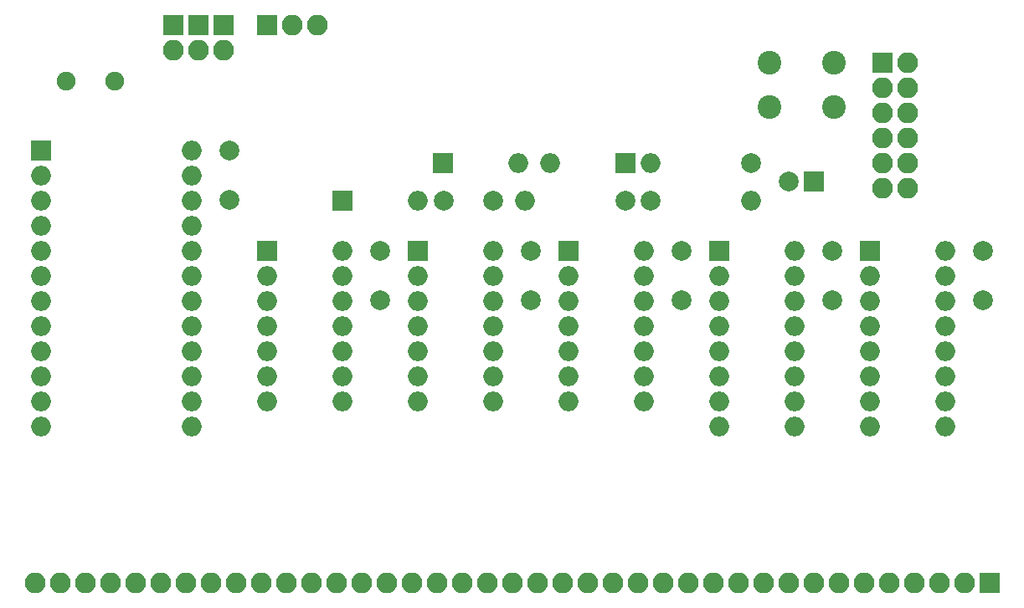
<source format=gbs>
G04 #@! TF.FileFunction,Soldermask,Bot*
%FSLAX46Y46*%
G04 Gerber Fmt 4.6, Leading zero omitted, Abs format (unit mm)*
G04 Created by KiCad (PCBNEW 4.0.7) date 09/25/19 15:54:21*
%MOMM*%
%LPD*%
G01*
G04 APERTURE LIST*
%ADD10C,0.100000*%
%ADD11C,2.000000*%
%ADD12R,2.100000X2.100000*%
%ADD13O,2.100000X2.100000*%
%ADD14O,2.000000X2.000000*%
%ADD15R,2.000000X2.000000*%
%ADD16C,2.400000*%
%ADD17C,1.900000*%
G04 APERTURE END LIST*
D10*
D11*
X146685000Y-113665000D03*
X146685000Y-118665000D03*
X116205000Y-103505000D03*
X116205000Y-108505000D03*
X161925000Y-113665000D03*
X161925000Y-118665000D03*
X131445000Y-113665000D03*
X131445000Y-118665000D03*
X192405000Y-113665000D03*
X192405000Y-118665000D03*
X177165000Y-113665000D03*
X177165000Y-118665000D03*
X142875000Y-108585000D03*
X137875000Y-108585000D03*
D12*
X193040000Y-147320000D03*
D13*
X190500000Y-147320000D03*
X187960000Y-147320000D03*
X185420000Y-147320000D03*
X182880000Y-147320000D03*
X180340000Y-147320000D03*
X177800000Y-147320000D03*
X175260000Y-147320000D03*
X172720000Y-147320000D03*
X170180000Y-147320000D03*
X167640000Y-147320000D03*
X165100000Y-147320000D03*
X162560000Y-147320000D03*
X160020000Y-147320000D03*
X157480000Y-147320000D03*
X154940000Y-147320000D03*
X152400000Y-147320000D03*
X149860000Y-147320000D03*
X147320000Y-147320000D03*
X144780000Y-147320000D03*
X142240000Y-147320000D03*
X139700000Y-147320000D03*
X137160000Y-147320000D03*
X134620000Y-147320000D03*
X132080000Y-147320000D03*
X129540000Y-147320000D03*
X127000000Y-147320000D03*
X124460000Y-147320000D03*
X121920000Y-147320000D03*
X119380000Y-147320000D03*
X116840000Y-147320000D03*
X114300000Y-147320000D03*
X111760000Y-147320000D03*
X109220000Y-147320000D03*
X106680000Y-147320000D03*
X104140000Y-147320000D03*
X101600000Y-147320000D03*
X99060000Y-147320000D03*
X96520000Y-147320000D03*
D11*
X156210000Y-108585000D03*
D14*
X146050000Y-108585000D03*
D11*
X158750000Y-108585000D03*
D14*
X168910000Y-108585000D03*
D11*
X168910000Y-104775000D03*
D14*
X158750000Y-104775000D03*
D15*
X180975000Y-113665000D03*
D14*
X188595000Y-131445000D03*
X180975000Y-116205000D03*
X188595000Y-128905000D03*
X180975000Y-118745000D03*
X188595000Y-126365000D03*
X180975000Y-121285000D03*
X188595000Y-123825000D03*
X180975000Y-123825000D03*
X188595000Y-121285000D03*
X180975000Y-126365000D03*
X188595000Y-118745000D03*
X180975000Y-128905000D03*
X188595000Y-116205000D03*
X180975000Y-131445000D03*
X188595000Y-113665000D03*
D15*
X165735000Y-113665000D03*
D14*
X173355000Y-131445000D03*
X165735000Y-116205000D03*
X173355000Y-128905000D03*
X165735000Y-118745000D03*
X173355000Y-126365000D03*
X165735000Y-121285000D03*
X173355000Y-123825000D03*
X165735000Y-123825000D03*
X173355000Y-121285000D03*
X165735000Y-126365000D03*
X173355000Y-118745000D03*
X165735000Y-128905000D03*
X173355000Y-116205000D03*
X165735000Y-131445000D03*
X173355000Y-113665000D03*
D12*
X182245000Y-94615000D03*
D13*
X184785000Y-94615000D03*
X182245000Y-97155000D03*
X184785000Y-97155000D03*
X182245000Y-99695000D03*
X184785000Y-99695000D03*
X182245000Y-102235000D03*
X184785000Y-102235000D03*
X182245000Y-104775000D03*
X184785000Y-104775000D03*
X182245000Y-107315000D03*
X184785000Y-107315000D03*
D15*
X175260000Y-106680000D03*
D11*
X172760000Y-106680000D03*
D15*
X156210000Y-104775000D03*
D14*
X148590000Y-104775000D03*
D15*
X127635000Y-108585000D03*
D14*
X135255000Y-108585000D03*
D15*
X137795000Y-104775000D03*
D14*
X145415000Y-104775000D03*
D12*
X110490000Y-90805000D03*
D13*
X110490000Y-93345000D03*
D12*
X115570000Y-90805000D03*
D13*
X115570000Y-93345000D03*
D12*
X120015000Y-90805000D03*
D13*
X122555000Y-90805000D03*
X125095000Y-90805000D03*
D12*
X113030000Y-90805000D03*
D13*
X113030000Y-93345000D03*
D16*
X170815000Y-99115000D03*
X170815000Y-94615000D03*
X177315000Y-99115000D03*
X177315000Y-94615000D03*
D15*
X135255000Y-113665000D03*
D14*
X142875000Y-128905000D03*
X135255000Y-116205000D03*
X142875000Y-126365000D03*
X135255000Y-118745000D03*
X142875000Y-123825000D03*
X135255000Y-121285000D03*
X142875000Y-121285000D03*
X135255000Y-123825000D03*
X142875000Y-118745000D03*
X135255000Y-126365000D03*
X142875000Y-116205000D03*
X135255000Y-128905000D03*
X142875000Y-113665000D03*
D15*
X97155000Y-103505000D03*
D14*
X112395000Y-131445000D03*
X97155000Y-106045000D03*
X112395000Y-128905000D03*
X97155000Y-108585000D03*
X112395000Y-126365000D03*
X97155000Y-111125000D03*
X112395000Y-123825000D03*
X97155000Y-113665000D03*
X112395000Y-121285000D03*
X97155000Y-116205000D03*
X112395000Y-118745000D03*
X97155000Y-118745000D03*
X112395000Y-116205000D03*
X97155000Y-121285000D03*
X112395000Y-113665000D03*
X97155000Y-123825000D03*
X112395000Y-111125000D03*
X97155000Y-126365000D03*
X112395000Y-108585000D03*
X97155000Y-128905000D03*
X112395000Y-106045000D03*
X97155000Y-131445000D03*
X112395000Y-103505000D03*
D15*
X150495000Y-113665000D03*
D14*
X158115000Y-128905000D03*
X150495000Y-116205000D03*
X158115000Y-126365000D03*
X150495000Y-118745000D03*
X158115000Y-123825000D03*
X150495000Y-121285000D03*
X158115000Y-121285000D03*
X150495000Y-123825000D03*
X158115000Y-118745000D03*
X150495000Y-126365000D03*
X158115000Y-116205000D03*
X150495000Y-128905000D03*
X158115000Y-113665000D03*
D15*
X120015000Y-113665000D03*
D14*
X127635000Y-128905000D03*
X120015000Y-116205000D03*
X127635000Y-126365000D03*
X120015000Y-118745000D03*
X127635000Y-123825000D03*
X120015000Y-121285000D03*
X127635000Y-121285000D03*
X120015000Y-123825000D03*
X127635000Y-118745000D03*
X120015000Y-126365000D03*
X127635000Y-116205000D03*
X120015000Y-128905000D03*
X127635000Y-113665000D03*
D17*
X99695000Y-96520000D03*
X104575000Y-96520000D03*
M02*

</source>
